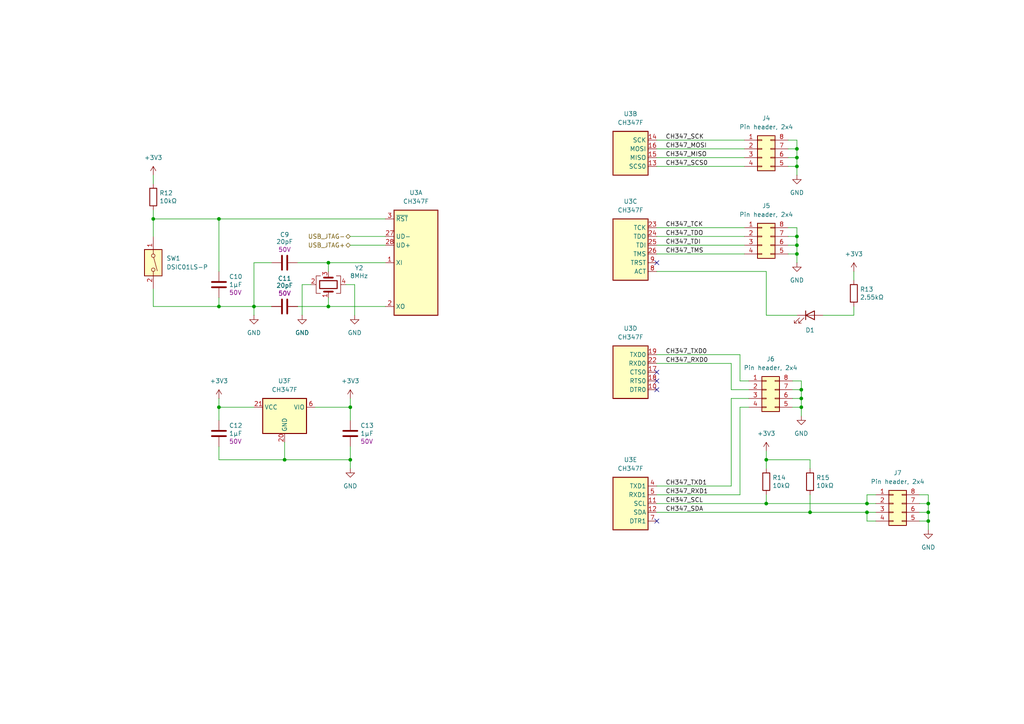
<source format=kicad_sch>
(kicad_sch (version 20250114) (generator "eeschema") (generator_version "9.0")
  (paper "A4")
  (title_block (title "Clavier - 5-in-1 USB") (date "2025-06-01") (rev "1.0") (company "Copyright (c) 2025 L. Sartory") (comment 1 "SPDX-License-Identifier: CERN-OHL-P-2.0"))
  (lib_symbols
    (symbol "Connector_Generic:Conn_02x04_Counter_Clockwise" (pin_names (offset 1.016) (hide yes))
      (property "Reference" "J" (at 1.27 5.08 0))
      (property "Value" "Conn_02x04_Counter_Clockwise" (at 1.27 -7.62 0))
      (symbol "Conn_02x04_Counter_Clockwise_1_1"
        (rectangle (start -1.27 3.81) (end 3.81 -6.35) (stroke (width 0.254)) (fill (type background)))
        (rectangle (start -1.27 2.667) (end 0 2.413) (stroke (width 0.1524)))
        (rectangle (start -1.27 0.127) (end 0 -0.127) (stroke (width 0.1524)))
        (rectangle (start -1.27 -2.413) (end 0 -2.667) (stroke (width 0.1524)))
        (rectangle (start -1.27 -4.953) (end 0 -5.207) (stroke (width 0.1524)))
        (rectangle (start 3.81 2.667) (end 2.54 2.413) (stroke (width 0.1524)))
        (rectangle (start 3.81 0.127) (end 2.54 -0.127) (stroke (width 0.1524)))
        (rectangle (start 3.81 -2.413) (end 2.54 -2.667) (stroke (width 0.1524)))
        (rectangle (start 3.81 -4.953) (end 2.54 -5.207) (stroke (width 0.1524)))
        (pin passive line (at -5.08 2.54 0) (length 3.81) (name "Pin_1") (number "1"))
        (pin passive line (at -5.08 0 0) (length 3.81) (name "Pin_2") (number "2"))
        (pin passive line (at -5.08 -2.54 0) (length 3.81) (name "Pin_3") (number "3"))
        (pin passive line (at -5.08 -5.08 0) (length 3.81) (name "Pin_4") (number "4"))
        (pin passive line (at 7.62 2.54 180) (length 3.81) (name "Pin_8") (number "8"))
        (pin passive line (at 7.62 0 180) (length 3.81) (name "Pin_7") (number "7"))
        (pin passive line (at 7.62 -2.54 180) (length 3.81) (name "Pin_6") (number "6"))
        (pin passive line (at 7.62 -5.08 180) (length 3.81) (name "Pin_5") (number "5"))
      )
    )
    (symbol "Device:C" (pin_numbers (hide yes)) (pin_names (offset 0.254))
      (property "Reference" "C" (at 0.635 2.54 0))
      (property "Value" "C" (at 0.635 -2.54 0))
      (symbol "C_0_1"
        (polyline (pts (xy -2.032 0.762) (xy 2.032 0.762)) (stroke (width 0.508)))
        (polyline (pts (xy -2.032 -0.762) (xy 2.032 -0.762)) (stroke (width 0.508)))
      )
      (symbol "C_1_1"
        (pin passive line (at 0 3.81 270) (length 2.794) (name "~") (number "1"))
        (pin passive line (at 0 -3.81 90) (length 2.794) (name "~") (number "2"))
      )
    )
    (symbol "Device:Crystal_GND24" (pin_names (offset 1.016) (hide yes))
      (property "Reference" "Y" (at 3.175 5.08 0))
      (property "Value" "Crystal_GND24" (at 3.175 3.175 0))
      (symbol "Crystal_GND24_0_1"
        (polyline (pts (xy -2.54 2.286) (xy -2.54 3.556) (xy 2.54 3.556) (xy 2.54 2.286)))
        (polyline (pts (xy -2.54 0) (xy -2.032 0)))
        (polyline (pts (xy -2.54 -2.286) (xy -2.54 -3.556) (xy 2.54 -3.556) (xy 2.54 -2.286)))
        (polyline (pts (xy -2.032 -1.27) (xy -2.032 1.27)) (stroke (width 0.508)))
        (rectangle (start -1.143 2.54) (end 1.143 -2.54) (stroke (width 0.3048)))
        (polyline (pts (xy 0 3.556) (xy 0 3.81)))
        (polyline (pts (xy 0 -3.81) (xy 0 -3.556)))
        (polyline (pts (xy 2.032 0) (xy 2.54 0)))
        (polyline (pts (xy 2.032 -1.27) (xy 2.032 1.27)) (stroke (width 0.508)))
      )
      (symbol "Crystal_GND24_1_1"
        (pin passive line (at -3.81 0 0) (length 1.27) (name "1") (number "1"))
        (pin passive line (at 0 5.08 270) (length 1.27) (name "2") (number "2"))
        (pin passive line (at 0 -5.08 90) (length 1.27) (name "4") (number "4"))
        (pin passive line (at 3.81 0 180) (length 1.27) (name "3") (number "3"))
      )
    )
    (symbol "Device:LED" (pin_numbers (hide yes)) (pin_names (offset 1.016) (hide yes))
      (property "Reference" "D" (at 0 2.54 0))
      (property "Value" "LED" (at 0 -2.54 0))
      (symbol "LED_0_1"
        (polyline (pts (xy -3.048 -0.762) (xy -4.572 -2.286) (xy -3.81 -2.286) (xy -4.572 -2.286) (xy -4.572 -1.524)))
        (polyline (pts (xy -1.778 -0.762) (xy -3.302 -2.286) (xy -2.54 -2.286) (xy -3.302 -2.286) (xy -3.302 -1.524)))
        (polyline (pts (xy -1.27 0) (xy 1.27 0)))
        (polyline (pts (xy -1.27 -1.27) (xy -1.27 1.27)) (stroke (width 0.254)))
        (polyline (pts (xy 1.27 -1.27) (xy 1.27 1.27) (xy -1.27 0) (xy 1.27 -1.27)) (stroke (width 0.254)))
      )
      (symbol "LED_1_1"
        (pin passive line (at -3.81 0 0) (length 2.54) (name "K") (number "1"))
        (pin passive line (at 3.81 0 180) (length 2.54) (name "A") (number "2"))
      )
    )
    (symbol "Device:R" (pin_numbers (hide yes)) (pin_names (offset 0))
      (property "Reference" "R" (at 2.032 0 90))
      (property "Value" "R" (at 0 0 90))
      (symbol "R_0_1"
        (rectangle (start -1.016 -2.54) (end 1.016 2.54) (stroke (width 0.254)))
      )
      (symbol "R_1_1"
        (pin passive line (at 0 3.81 270) (length 1.27) (name "~") (number "1"))
        (pin passive line (at 0 -3.81 90) (length 1.27) (name "~") (number "2"))
      )
    )
    (symbol "Switch:SW_DIP_x01" (pin_names (offset 0) (hide yes))
      (property "Reference" "SW" (at 0 3.81 0))
      (property "Value" "SW_DIP_x01" (at 0 -3.81 0))
      (symbol "SW_DIP_x01_0_0"
        (circle (center -2.032 0) (radius 0.508))
        (polyline (pts (xy -1.524 0.127) (xy 2.3622 1.1684)))
        (circle (center 2.032 0) (radius 0.508))
      )
      (symbol "SW_DIP_x01_0_1"
        (rectangle (start -3.81 2.54) (end 3.81 -2.54) (stroke (width 0.254)) (fill (type background)))
      )
      (symbol "SW_DIP_x01_1_1"
        (pin passive line (at -7.62 0 0) (length 5.08) (name "~") (number "1"))
        (pin passive line (at 7.62 0 180) (length 5.08) (name "~") (number "2"))
      )
    )
    (symbol "clavier:CH347F"
      (property "Reference" "U" (at 0 0 0))
      (property "Value" "CH347F" (at 0 0 0))
      (symbol "CH347F_1_0"
        (pin input line (at -8.89 12.7 0) (length 2.54) (name "~{RST}") (number "3"))
        (pin bidirectional line (at -8.89 7.62 0) (length 2.54) (name "UD-") (number "27"))
        (pin bidirectional line (at -8.89 5.08 0) (length 2.54) (name "UD+") (number "28"))
        (pin input line (at -8.89 0 0) (length 2.54) (name "XI") (number "1"))
        (pin output line (at -8.89 -12.7 0) (length 2.54) (name "XO") (number "2"))
      )
      (symbol "CH347F_1_1"
        (rectangle (start -6.35 15.24) (end 6.35 -15.24) (stroke (width 0.3048)) (fill (type background)))
      )
      (symbol "CH347F_2_0"
        (pin output line (at 7.62 3.81 180) (length 2.54) (name "SCK") (number "14"))
        (pin output line (at 7.62 1.27 180) (length 2.54) (name "MOSI") (number "16"))
        (pin input line (at 7.62 -1.27 180) (length 2.54) (name "MISO") (number "15"))
        (pin output line (at 7.62 -3.81 180) (length 2.54) (name "SCS0") (number "13"))
      )
      (symbol "CH347F_2_1"
        (rectangle (start -5.08 6.35) (end 5.08 -6.35) (stroke (width 0.3048)) (fill (type background)))
      )
      (symbol "CH347F_3_0"
        (pin output line (at 7.62 6.35 180) (length 2.54) (name "TCK") (number "23"))
        (pin input line (at 7.62 3.81 180) (length 2.54) (name "TDO") (number "24"))
        (pin output line (at 7.62 1.27 180) (length 2.54) (name "TDI") (number "25"))
        (pin output line (at 7.62 -1.27 180) (length 2.54) (name "TMS") (number "26"))
        (pin output line (at 7.62 -3.81 180) (length 2.54) (name "TRST") (number "9"))
        (pin output line (at 7.62 -6.35 180) (length 2.54) (name "SRST") (number "8") (alternate "ACT" output line))
      )
      (symbol "CH347F_3_1"
        (rectangle (start -5.08 8.89) (end 5.08 -8.89) (stroke (width 0.3048)) (fill (type background)))
      )
      (symbol "CH347F_4_0"
        (pin output line (at 7.62 5.08 180) (length 2.54) (name "TXD0") (number "19"))
        (pin input line (at 7.62 2.54 180) (length 2.54) (name "RXD0") (number "22"))
        (pin input line (at 7.62 0 180) (length 2.54) (name "CTS0") (number "17"))
        (pin output line (at 7.62 -2.54 180) (length 2.54) (name "RTS0") (number "18"))
        (pin output line (at 7.62 -5.08 180) (length 2.54) (name "DTR0") (number "10"))
      )
      (symbol "CH347F_4_1"
        (rectangle (start -5.08 7.62) (end 5.08 -7.62) (stroke (width 0.3048)) (fill (type background)))
      )
      (symbol "CH347F_5_0"
        (pin output line (at 7.62 5.08 180) (length 2.54) (name "TXD1") (number "4"))
        (pin input line (at 7.62 2.54 180) (length 2.54) (name "RXD1") (number "5"))
        (pin input line (at 7.62 0 180) (length 2.54) (name "CTS1") (number "11") (alternate "SCL" output line))
        (pin output line (at 7.62 -2.54 180) (length 2.54) (name "RTS1") (number "12") (alternate "SDA" bidirectional line))
        (pin output line (at 7.62 -5.08 180) (length 2.54) (name "DTR1") (number "7"))
      )
      (symbol "CH347F_5_1"
        (rectangle (start -5.08 7.62) (end 5.08 -7.62) (stroke (width 0.3048)) (fill (type background)))
      )
      (symbol "CH347F_6_0"
        (pin power_in line (at -8.89 2.54 0) (length 2.54) (name "VCC") (number "21"))
        (pin power_in line (at 0 -7.62 90) (length 2.54) (name "GND") (number "20"))
        (pin power_in line (at 0 -7.62 90) (length 2.54) (hide yes) (name "GND") (number "29"))
        (pin power_in line (at 8.89 2.54 180) (length 2.54) (name "VIO") (number "6"))
      )
      (symbol "CH347F_6_1"
        (rectangle (start -6.35 5.08) (end 6.35 -5.08) (stroke (width 0.3048)) (fill (type background)))
      )
    )
    (symbol "power:+3V3" (power) (pin_numbers (hide yes)) (pin_names (offset 0) (hide yes))
      (property "Value" "+3V3" (at 0 3.556 0))
      (symbol "+3V3_0_1"
        (polyline (pts (xy -0.762 1.27) (xy 0 2.54)))
        (polyline (pts (xy 0 2.54) (xy 0.762 1.27)))
        (polyline (pts (xy 0 0) (xy 0 2.54)))
      )
      (symbol "+3V3_1_1"
        (pin power_in line (at 0 0 90) (length 0) (name "~") (number "1"))
      )
    )
    (symbol "power:GND" (power) (pin_numbers (hide yes)) (pin_names (offset 0) (hide yes))
      (property "Value" "GND" (at 0 -3.81 0))
      (symbol "GND_0_1"
        (polyline (pts (xy 0 0) (xy 0 -1.27) (xy 1.27 -1.27) (xy 0 -2.54) (xy -1.27 -1.27) (xy 0 -1.27)))
      )
      (symbol "GND_1_1"
        (pin power_in line (at 0 0 270) (length 0) (name "~") (number "1"))
      )
    )
  )
  (junction (at 73.66 88.9))
  (junction (at 251.46 148.59))
  (junction (at 222.25 133.35))
  (junction (at 82.55 133.35))
  (junction (at 231.14 48.26))
  (junction (at 63.5 63.5))
  (junction (at 234.95 148.59))
  (junction (at 222.25 146.05))
  (junction (at 231.14 71.12))
  (junction (at 232.41 115.57))
  (junction (at 95.25 88.9))
  (junction (at 101.6 133.35))
  (junction (at 269.24 151.13))
  (junction (at 232.41 118.11))
  (junction (at 63.5 88.9))
  (junction (at 231.14 43.18))
  (junction (at 63.5 118.11))
  (junction (at 231.14 45.72))
  (junction (at 95.25 76.2))
  (junction (at 231.14 73.66))
  (junction (at 231.14 68.58))
  (junction (at 232.41 113.03))
  (junction (at 44.45 63.5))
  (junction (at 101.6 118.11))
  (junction (at 269.24 148.59))
  (junction (at 269.24 146.05))
  (junction (at 251.46 146.05))
  (no_connect (at 190.5 113.03))
  (no_connect (at 190.5 151.13))
  (no_connect (at 190.5 76.2))
  (no_connect (at 190.5 107.95))
  (no_connect (at 190.5 110.49))
  (wire (pts (xy 91.44 118.11) (xy 101.6 118.11)))
  (wire (pts (xy 73.66 76.2) (xy 73.66 88.9)))
  (wire (pts (xy 228.6 48.26) (xy 231.14 48.26)))
  (wire (pts (xy 111.76 71.12) (xy 101.6 71.12)))
  (wire (pts (xy 269.24 143.51) (xy 269.24 146.05)))
  (wire (pts (xy 214.63 143.51) (xy 214.63 118.11)))
  (wire (pts (xy 90.17 82.55) (xy 87.63 82.55)))
  (wire (pts (xy 95.25 76.2) (xy 95.25 78.74)))
  (wire (pts (xy 63.5 88.9) (xy 73.66 88.9)))
  (wire (pts (xy 214.63 118.11) (xy 217.17 118.11)))
  (wire (pts (xy 101.6 133.35) (xy 101.6 135.89)))
  (wire (pts (xy 44.45 60.96) (xy 44.45 63.5)))
  (wire (pts (xy 101.6 118.11) (xy 101.6 121.92)))
  (wire (pts (xy 254 151.13) (xy 251.46 151.13)))
  (wire (pts (xy 222.25 91.44) (xy 222.25 78.74)))
  (wire (pts (xy 212.09 115.57) (xy 217.17 115.57)))
  (wire (pts (xy 251.46 143.51) (xy 251.46 146.05)))
  (wire (pts (xy 215.9 43.18) (xy 190.5 43.18)))
  (wire (pts (xy 73.66 88.9) (xy 73.66 91.44)))
  (wire (pts (xy 251.46 146.05) (xy 254 146.05)))
  (wire (pts (xy 269.24 148.59) (xy 269.24 151.13)))
  (wire (pts (xy 190.5 66.04) (xy 215.9 66.04)))
  (wire (pts (xy 63.5 118.11) (xy 63.5 115.57)))
  (wire (pts (xy 229.87 110.49) (xy 232.41 110.49)))
  (wire (pts (xy 222.25 133.35) (xy 234.95 133.35)))
  (wire (pts (xy 222.25 78.74) (xy 190.5 78.74)))
  (wire (pts (xy 232.41 110.49) (xy 232.41 113.03)))
  (wire (pts (xy 231.14 48.26) (xy 231.14 50.8)))
  (wire (pts (xy 190.5 148.59) (xy 234.95 148.59)))
  (wire (pts (xy 190.5 71.12) (xy 215.9 71.12)))
  (wire (pts (xy 73.66 88.9) (xy 78.74 88.9)))
  (wire (pts (xy 44.45 50.8) (xy 44.45 53.34)))
  (wire (pts (xy 222.25 133.35) (xy 222.25 135.89)))
  (wire (pts (xy 231.14 73.66) (xy 231.14 76.2)))
  (wire (pts (xy 217.17 110.49) (xy 214.63 110.49)))
  (wire (pts (xy 228.6 73.66) (xy 231.14 73.66)))
  (wire (pts (xy 95.25 76.2) (xy 111.76 76.2)))
  (wire (pts (xy 63.5 63.5) (xy 111.76 63.5)))
  (wire (pts (xy 78.74 76.2) (xy 73.66 76.2)))
  (wire (pts (xy 190.5 140.97) (xy 212.09 140.97)))
  (wire (pts (xy 111.76 68.58) (xy 101.6 68.58)))
  (wire (pts (xy 231.14 40.64) (xy 231.14 43.18)))
  (wire (pts (xy 63.5 86.36) (xy 63.5 88.9)))
  (wire (pts (xy 266.7 148.59) (xy 269.24 148.59)))
  (wire (pts (xy 228.6 71.12) (xy 231.14 71.12)))
  (wire (pts (xy 222.25 143.51) (xy 222.25 146.05)))
  (wire (pts (xy 190.5 143.51) (xy 214.63 143.51)))
  (wire (pts (xy 212.09 113.03) (xy 212.09 105.41)))
  (wire (pts (xy 212.09 140.97) (xy 212.09 115.57)))
  (wire (pts (xy 215.9 48.26) (xy 190.5 48.26)))
  (wire (pts (xy 232.41 115.57) (xy 232.41 118.11)))
  (wire (pts (xy 232.41 113.03) (xy 232.41 115.57)))
  (wire (pts (xy 251.46 148.59) (xy 251.46 151.13)))
  (wire (pts (xy 87.63 82.55) (xy 87.63 91.44)))
  (wire (pts (xy 102.87 82.55) (xy 102.87 91.44)))
  (wire (pts (xy 44.45 88.9) (xy 63.5 88.9)))
  (wire (pts (xy 86.36 88.9) (xy 95.25 88.9)))
  (wire (pts (xy 266.7 151.13) (xy 269.24 151.13)))
  (wire (pts (xy 234.95 143.51) (xy 234.95 148.59)))
  (wire (pts (xy 44.45 68.58) (xy 44.45 63.5)))
  (wire (pts (xy 229.87 115.57) (xy 232.41 115.57)))
  (wire (pts (xy 251.46 148.59) (xy 254 148.59)))
  (wire (pts (xy 231.14 66.04) (xy 231.14 68.58)))
  (wire (pts (xy 86.36 76.2) (xy 95.25 76.2)))
  (wire (pts (xy 63.5 129.54) (xy 63.5 133.35)))
  (wire (pts (xy 215.9 40.64) (xy 190.5 40.64)))
  (wire (pts (xy 231.14 71.12) (xy 231.14 73.66)))
  (wire (pts (xy 228.6 66.04) (xy 231.14 66.04)))
  (wire (pts (xy 266.7 143.51) (xy 269.24 143.51)))
  (wire (pts (xy 234.95 148.59) (xy 251.46 148.59)))
  (wire (pts (xy 247.65 91.44) (xy 238.76 91.44)))
  (wire (pts (xy 95.25 88.9) (xy 111.76 88.9)))
  (wire (pts (xy 44.45 63.5) (xy 63.5 63.5)))
  (wire (pts (xy 231.14 45.72) (xy 231.14 48.26)))
  (wire (pts (xy 101.6 133.35) (xy 101.6 129.54)))
  (wire (pts (xy 190.5 105.41) (xy 212.09 105.41)))
  (wire (pts (xy 222.25 130.81) (xy 222.25 133.35)))
  (wire (pts (xy 231.14 91.44) (xy 222.25 91.44)))
  (wire (pts (xy 95.25 86.36) (xy 95.25 88.9)))
  (wire (pts (xy 228.6 45.72) (xy 231.14 45.72)))
  (wire (pts (xy 44.45 83.82) (xy 44.45 88.9)))
  (wire (pts (xy 254 143.51) (xy 251.46 143.51)))
  (wire (pts (xy 190.5 102.87) (xy 214.63 102.87)))
  (wire (pts (xy 228.6 40.64) (xy 231.14 40.64)))
  (wire (pts (xy 82.55 128.27) (xy 82.55 133.35)))
  (wire (pts (xy 234.95 133.35) (xy 234.95 135.89)))
  (wire (pts (xy 214.63 110.49) (xy 214.63 102.87)))
  (wire (pts (xy 100.33 82.55) (xy 102.87 82.55)))
  (wire (pts (xy 229.87 118.11) (xy 232.41 118.11)))
  (wire (pts (xy 101.6 115.57) (xy 101.6 118.11)))
  (wire (pts (xy 231.14 43.18) (xy 231.14 45.72)))
  (wire (pts (xy 63.5 63.5) (xy 63.5 78.74)))
  (wire (pts (xy 190.5 68.58) (xy 215.9 68.58)))
  (wire (pts (xy 190.5 146.05) (xy 222.25 146.05)))
  (wire (pts (xy 247.65 88.9) (xy 247.65 91.44)))
  (wire (pts (xy 228.6 68.58) (xy 231.14 68.58)))
  (wire (pts (xy 82.55 133.35) (xy 101.6 133.35)))
  (wire (pts (xy 217.17 113.03) (xy 212.09 113.03)))
  (wire (pts (xy 222.25 146.05) (xy 251.46 146.05)))
  (wire (pts (xy 229.87 113.03) (xy 232.41 113.03)))
  (wire (pts (xy 215.9 45.72) (xy 190.5 45.72)))
  (wire (pts (xy 190.5 73.66) (xy 215.9 73.66)))
  (wire (pts (xy 63.5 118.11) (xy 73.66 118.11)))
  (wire (pts (xy 269.24 151.13) (xy 269.24 153.67)))
  (wire (pts (xy 228.6 43.18) (xy 231.14 43.18)))
  (wire (pts (xy 232.41 118.11) (xy 232.41 120.65)))
  (wire (pts (xy 266.7 146.05) (xy 269.24 146.05)))
  (wire (pts (xy 269.24 146.05) (xy 269.24 148.59)))
  (wire (pts (xy 63.5 121.92) (xy 63.5 118.11)))
  (wire (pts (xy 247.65 78.74) (xy 247.65 81.28)))
  (wire (pts (xy 63.5 133.35) (xy 82.55 133.35)))
  (wire (pts (xy 231.14 68.58) (xy 231.14 71.12)))
  (label "CH347_RXD0" (at 193.04 105.41 0))
  (label "CH347_TCK" (at 193.04 66.04 0))
  (label "CH347_TXD1" (at 193.04 140.97 0))
  (label "CH347_SCK" (at 193.04 40.64 0))
  (label "CH347_MISO" (at 193.04 45.72 0))
  (label "CH347_SDA" (at 193.04 148.59 0))
  (label "CH347_TDO" (at 193.04 68.58 0))
  (label "CH347_SCL" (at 193.04 146.05 0))
  (label "CH347_TDI" (at 193.04 71.12 0))
  (label "CH347_TXD0" (at 193.04 102.87 0))
  (label "CH347_MOSI" (at 193.04 43.18 0))
  (label "CH347_RXD1" (at 193.04 143.51 0))
  (label "CH347_SCS0" (at 193.04 48.26 0))
  (label "CH347_TMS" (at 193.04 73.66 0))
  (hierarchical_label "USB_JTAG-" (shape bidirectional) (at 101.6 68.58 180))
  (hierarchical_label "USB_JTAG+" (shape bidirectional) (at 101.6 71.12 180))
  (symbol (lib_id "clavier:CH347F") (at 182.88 72.39 0) (unit 3)
    (property "Reference" "U3" (at 182.88 58.42 0))
    (property "Value" "CH347F" (at 182.88 60.96 0))
    (property "Footprint" "Package_DFN_QFN:QFN-28-1EP_4x4mm_P0.4mm_EP2.4x2.4mm" (effects (hide yes)))
    (property "Datasheet" "https://www.lcsc.com/datasheet/lcsc_datasheet_2411121021_WCH-Jiangsu-Qin-Heng-CH347F_C18221627.pdf" (effects (hide yes)))
    (property "Description" "USB converter" (effects (hide yes)))
    (property "LCSC" "C18221627" (effects (hide yes)))
    (property "Part_number" "CH347F" (effects (hide yes)))
    (pin "8" (alternate "ACT"))
  )
  (symbol (lib_id "Device:Crystal_GND24") (at 95.25 82.55 90) (unit 1)
    (property "Reference" "Y2" (at 104.14 77.724 90))
    (property "Value" "8MHz" (at 104.14 80.01 90))
    (property "Footprint" "Crystal:Crystal_SMD_3225-4Pin_3.2x2.5mm" (effects (hide yes)))
    (property "Datasheet" "https://www.lcsc.com/datasheet/lcsc_datasheet_2410121529_Yajingxin-TAXM8M4RDBCCT2T_C400090.pdf" (effects (hide yes)))
    (property "Description" "Four pin crystal, GND on pins 2 and 4" (effects (hide yes)))
    (property "LCSC" "C400090" (effects (hide yes)))
    (property "Part_number" "TAXM8M4RDBCCT2T" (effects (hide yes)))
  )
  (symbol (lib_id "Connector_Generic:Conn_02x04_Counter_Clockwise") (at 220.98 43.18 0) (unit 1)
    (property "Reference" "J4" (at 222.25 34.29 0))
    (property "Value" "Pin header, 2x4" (at 222.25 36.83 0))
    (property "Footprint" "Connector_PinHeader_2.54mm:PinHeader_2x04_P2.54mm_Vertical" (effects (hide yes)))
    (property "Datasheet" "https://www.lcsc.com/datasheet/lcsc_datasheet_2311221544_Megastar-ZX-PZ2-54-2-4PZZ_C7501275.pdf" (effects (hide yes)))
    (property "Description" "Generic connector, double row, 02x04, counter clockwise pin numbering scheme (similar to DIP package numbering), script generated (kicad-library-utils/schlib/autogen/connector/)" (effects (hide yes)))
    (property "LCSC" "C7501275" (effects (hide yes)))
    (property "Part_number" "ZX-PZ2.54-2-4PZZ" (effects (hide yes)))
  )
  (symbol (lib_id "Device:C") (at 63.5 125.73 0) (unit 1)
    (property "Reference" "C12" (at 66.421 123.4186 0) (effects (justify left)))
    (property "Value" "1µF" (at 66.421 125.73 0) (effects (justify left)))
    (property "Footprint" "Capacitor_SMD:C_0402_1005Metric_Pad0.74x0.62mm_HandSolder" (effects (hide yes)))
    (property "Datasheet" "https://www.lcsc.com/datasheet/lcsc_datasheet_2410010232_Murata-Electronics-GRM155R61H105KE05D_C1518208.pdf" (effects (hide yes)))
    (property "Voltage" "50V" (at 66.421 128.0414 0) (effects (justify left)))
    (property "Part_number" "GRM155R61H105KE05D" (effects (hide yes)))
    (property "LCSC" "C1518208" (effects (hide yes)))
  )
  (symbol (lib_id "Device:R") (at 222.25 139.7 0) (unit 1)
    (property "Reference" "R14" (at 224.028 138.5316 0) (effects (justify left)))
    (property "Value" "10kΩ" (at 224.028 140.843 0) (effects (justify left)))
    (property "Footprint" "Resistor_SMD:R_0402_1005Metric_Pad0.72x0.64mm_HandSolder" (effects (hide yes)))
    (property "Datasheet" "https://www.lcsc.com/datasheet/lcsc_datasheet_2311211102_YAGEO-RE0402DRE0710KL_C851874.pdf" (effects (hide yes)))
    (property "Part_number" "RE0402DRE0710KL" (effects (hide yes)))
    (property "LCSC" "C851874" (effects (hide yes)))
  )
  (symbol (lib_id "Device:R") (at 44.45 57.15 0) (unit 1)
    (property "Reference" "R12" (at 46.228 55.9816 0) (effects (justify left)))
    (property "Value" "10kΩ" (at 46.228 58.293 0) (effects (justify left)))
    (property "Footprint" "Resistor_SMD:R_0402_1005Metric_Pad0.72x0.64mm_HandSolder" (effects (hide yes)))
    (property "Datasheet" "https://www.lcsc.com/datasheet/lcsc_datasheet_2311211102_YAGEO-RE0402DRE0710KL_C851874.pdf" (effects (hide yes)))
    (property "Part_number" "RE0402DRE0710KL" (effects (hide yes)))
    (property "LCSC" "C851874" (effects (hide yes)))
  )
  (symbol (lib_id "power:GND") (at 232.41 120.65 0) (unit 1)
    (property "Reference" "#PWR030" (effects (hide yes)))
    (property "Value" "GND" (at 232.41 125.73 0))
    (property "Description" "Power symbol creates a global label with name \"GND\" , ground" (effects (hide yes)))
  )
  (symbol (lib_id "power:GND") (at 269.24 153.67 0) (unit 1)
    (property "Reference" "#PWR033" (effects (hide yes)))
    (property "Value" "GND" (at 269.24 158.75 0))
    (property "Description" "Power symbol creates a global label with name \"GND\" , ground" (effects (hide yes)))
  )
  (symbol (lib_id "power:GND") (at 231.14 50.8 0) (unit 1)
    (property "Reference" "#PWR022" (effects (hide yes)))
    (property "Value" "GND" (at 231.14 55.88 0))
    (property "Description" "Power symbol creates a global label with name \"GND\" , ground" (effects (hide yes)))
  )
  (symbol (lib_id "Device:C") (at 82.55 76.2 90) (unit 1)
    (property "Reference" "C9" (at 82.55 68.072 90))
    (property "Value" "20pF" (at 82.55 70.104 90))
    (property "Footprint" "Capacitor_SMD:C_0402_1005Metric_Pad0.74x0.62mm_HandSolder" (effects (hide yes)))
    (property "Datasheet" "https://www.lcsc.com/datasheet/lcsc_datasheet_2410121857_Murata-Electronics-GRM1555C1H200JA01D_C76959.pdf" (effects (hide yes)))
    (property "Voltage" "50V" (at 82.55 72.39 90))
    (property "Part_number" "GRM1555C1H200JA01D" (effects (hide yes)))
    (property "LCSC" "C76959" (effects (hide yes)))
  )
  (symbol (lib_id "Connector_Generic:Conn_02x04_Counter_Clockwise") (at 222.25 113.03 0) (unit 1)
    (property "Reference" "J6" (at 223.52 104.14 0))
    (property "Value" "Pin header, 2x4" (at 223.52 106.68 0))
    (property "Footprint" "Connector_PinHeader_2.54mm:PinHeader_2x04_P2.54mm_Vertical" (effects (hide yes)))
    (property "Datasheet" "https://www.lcsc.com/datasheet/lcsc_datasheet_2311221544_Megastar-ZX-PZ2-54-2-4PZZ_C7501275.pdf" (effects (hide yes)))
    (property "Description" "Generic connector, double row, 02x04, counter clockwise pin numbering scheme (similar to DIP package numbering), script generated (kicad-library-utils/schlib/autogen/connector/)" (effects (hide yes)))
    (property "LCSC" "C7501275" (effects (hide yes)))
    (property "Part_number" "ZX-PZ2.54-2-4PZZ" (effects (hide yes)))
  )
  (symbol (lib_id "power:GND") (at 231.14 76.2 0) (unit 1)
    (property "Reference" "#PWR023" (effects (hide yes)))
    (property "Value" "GND" (at 231.14 81.28 0))
    (property "Description" "Power symbol creates a global label with name \"GND\" , ground" (effects (hide yes)))
  )
  (symbol (lib_id "clavier:CH347F") (at 182.88 146.05 0) (unit 5)
    (property "Reference" "U3" (at 182.88 133.35 0))
    (property "Value" "CH347F" (at 182.88 135.89 0))
    (property "Footprint" "Package_DFN_QFN:QFN-28-1EP_4x4mm_P0.4mm_EP2.4x2.4mm" (effects (hide yes)))
    (property "Datasheet" "https://www.lcsc.com/datasheet/lcsc_datasheet_2411121021_WCH-Jiangsu-Qin-Heng-CH347F_C18221627.pdf" (effects (hide yes)))
    (property "Description" "USB converter" (effects (hide yes)))
    (property "LCSC" "C18221627" (effects (hide yes)))
    (property "Part_number" "CH347F" (effects (hide yes)))
    (pin "11" (alternate "SCL"))
    (pin "12" (alternate "SDA"))
  )
  (symbol (lib_id "power:GND") (at 102.87 91.44 0) (unit 1)
    (property "Reference" "#PWR027" (effects (hide yes)))
    (property "Value" "GND" (at 102.87 96.52 0))
    (property "Description" "Power symbol creates a global label with name \"GND\" , ground" (effects (hide yes)))
  )
  (symbol (lib_id "Connector_Generic:Conn_02x04_Counter_Clockwise") (at 259.08 146.05 0) (unit 1)
    (property "Reference" "J7" (at 260.35 137.16 0))
    (property "Value" "Pin header, 2x4" (at 260.35 139.7 0))
    (property "Footprint" "Connector_PinHeader_2.54mm:PinHeader_2x04_P2.54mm_Vertical" (effects (hide yes)))
    (property "Datasheet" "https://www.lcsc.com/datasheet/lcsc_datasheet_2311221544_Megastar-ZX-PZ2-54-2-4PZZ_C7501275.pdf" (effects (hide yes)))
    (property "Description" "Generic connector, double row, 02x04, counter clockwise pin numbering scheme (similar to DIP package numbering), script generated (kicad-library-utils/schlib/autogen/connector/)" (effects (hide yes)))
    (property "LCSC" "C7501275" (effects (hide yes)))
    (property "Part_number" "ZX-PZ2.54-2-4PZZ" (effects (hide yes)))
  )
  (symbol (lib_id "clavier:CH347F") (at 182.88 107.95 0) (unit 4)
    (property "Reference" "U3" (at 182.88 95.25 0))
    (property "Value" "CH347F" (at 182.88 97.79 0))
    (property "Footprint" "Package_DFN_QFN:QFN-28-1EP_4x4mm_P0.4mm_EP2.4x2.4mm" (effects (hide yes)))
    (property "Datasheet" "https://www.lcsc.com/datasheet/lcsc_datasheet_2411121021_WCH-Jiangsu-Qin-Heng-CH347F_C18221627.pdf" (effects (hide yes)))
    (property "Description" "USB converter" (effects (hide yes)))
    (property "LCSC" "C18221627" (effects (hide yes)))
    (property "Part_number" "CH347F" (effects (hide yes)))
  )
  (symbol (lib_id "Device:C") (at 101.6 125.73 0) (unit 1)
    (property "Reference" "C13" (at 104.521 123.4186 0) (effects (justify left)))
    (property "Value" "1µF" (at 104.521 125.73 0) (effects (justify left)))
    (property "Footprint" "Capacitor_SMD:C_0402_1005Metric_Pad0.74x0.62mm_HandSolder" (effects (hide yes)))
    (property "Datasheet" "https://www.lcsc.com/datasheet/lcsc_datasheet_2410010232_Murata-Electronics-GRM155R61H105KE05D_C1518208.pdf" (effects (hide yes)))
    (property "Voltage" "50V" (at 104.521 128.0414 0) (effects (justify left)))
    (property "Part_number" "GRM155R61H105KE05D" (effects (hide yes)))
    (property "LCSC" "C1518208" (effects (hide yes)))
  )
  (symbol (lib_id "power:+3V3") (at 247.65 78.74 0) (mirror y) (unit 1)
    (property "Reference" "#PWR024" (effects (hide yes)))
    (property "Value" "+3V3" (at 247.65 73.66 0))
    (property "Description" "Power symbol creates a global label with name \"+3V3\"" (effects (hide yes)))
  )
  (symbol (lib_id "Switch:SW_DIP_x01") (at 44.45 76.2 270) (unit 1)
    (property "Reference" "SW1" (at 48.26 74.9299 90) (effects (justify left)))
    (property "Value" "DSIC01LS-P" (at 48.26 77.4699 90) (effects (justify left)))
    (property "Footprint" "Button_Switch_SMD:SW_DIP_SPSTx01_Slide_6.7x4.1mm_W8.61mm_P2.54mm_LowProfile" (effects (hide yes)))
    (property "Datasheet" "https://www.lcsc.com/datasheet/lcsc_datasheet_2006091816_XKB-Connection-DSIC01LS-P_C600988.pdf" (effects (hide yes)))
    (property "Description" "1x DIP Switch, Single Pole Single Throw (SPST) switch, small symbol" (effects (hide yes)))
    (property "LCSC" "C600988" (effects (hide yes)))
    (property "Part_number" "DSIC01LS-P" (effects (hide yes)))
  )
  (symbol (lib_id "power:+3V3") (at 222.25 130.81 0) (mirror y) (unit 1)
    (property "Reference" "#PWR031" (effects (hide yes)))
    (property "Value" "+3V3" (at 222.25 125.73 0))
    (property "Description" "Power symbol creates a global label with name \"+3V3\"" (effects (hide yes)))
  )
  (symbol (lib_id "power:+3V3") (at 63.5 115.57 0) (mirror y) (unit 1)
    (property "Reference" "#PWR028" (effects (hide yes)))
    (property "Value" "+3V3" (at 63.5 110.49 0))
    (property "Description" "Power symbol creates a global label with name \"+3V3\"" (effects (hide yes)))
  )
  (symbol (lib_id "Device:R") (at 247.65 85.09 0) (unit 1)
    (property "Reference" "R13" (at 249.428 83.9216 0) (effects (justify left)))
    (property "Value" "2.55kΩ" (at 249.428 86.233 0) (effects (justify left)))
    (property "Footprint" "Resistor_SMD:R_0402_1005Metric_Pad0.72x0.64mm_HandSolder" (effects (hide yes)))
    (property "Datasheet" "https://www.lcsc.com/datasheet/lcsc_datasheet_2304140030_YAGEO-RC0402FR-072K55L_C185431.pdf" (effects (hide yes)))
    (property "Part_number" "RC0402FR-072K55L" (effects (hide yes)))
    (property "LCSC" "C185431" (effects (hide yes)))
  )
  (symbol (lib_id "power:GND") (at 87.63 91.44 0) (unit 1)
    (property "Reference" "#PWR026" (effects (hide yes)))
    (property "Value" "GND" (at 87.63 96.52 0))
    (property "Description" "Power symbol creates a global label with name \"GND\" , ground" (effects (hide yes)))
  )
  (symbol (lib_id "power:GND") (at 73.66 91.44 0) (unit 1)
    (property "Reference" "#PWR025" (effects (hide yes)))
    (property "Value" "GND" (at 73.66 96.52 0))
    (property "Description" "Power symbol creates a global label with name \"GND\" , ground" (effects (hide yes)))
  )
  (symbol (lib_id "Device:C") (at 63.5 82.55 0) (unit 1)
    (property "Reference" "C10" (at 66.421 80.2386 0) (effects (justify left)))
    (property "Value" "1µF" (at 66.421 82.55 0) (effects (justify left)))
    (property "Footprint" "Capacitor_SMD:C_0402_1005Metric_Pad0.74x0.62mm_HandSolder" (effects (hide yes)))
    (property "Datasheet" "https://www.lcsc.com/datasheet/lcsc_datasheet_2410010232_Murata-Electronics-GRM155R61H105KE05D_C1518208.pdf" (effects (hide yes)))
    (property "Voltage" "50V" (at 66.421 84.8614 0) (effects (justify left)))
    (property "Part_number" "GRM155R61H105KE05D" (effects (hide yes)))
    (property "LCSC" "C1518208" (effects (hide yes)))
  )
  (symbol (lib_id "power:+3V3") (at 44.45 50.8 0) (mirror y) (unit 1)
    (property "Reference" "#PWR021" (effects (hide yes)))
    (property "Value" "+3V3" (at 44.45 45.72 0))
    (property "Description" "Power symbol creates a global label with name \"+3V3\"" (effects (hide yes)))
  )
  (symbol (lib_id "Device:R") (at 234.95 139.7 0) (unit 1)
    (property "Reference" "R15" (at 236.728 138.5316 0) (effects (justify left)))
    (property "Value" "10kΩ" (at 236.728 140.843 0) (effects (justify left)))
    (property "Footprint" "Resistor_SMD:R_0402_1005Metric_Pad0.72x0.64mm_HandSolder" (effects (hide yes)))
    (property "Datasheet" "https://www.lcsc.com/datasheet/lcsc_datasheet_2311211102_YAGEO-RE0402DRE0710KL_C851874.pdf" (effects (hide yes)))
    (property "Part_number" "RE0402DRE0710KL" (effects (hide yes)))
    (property "LCSC" "C851874" (effects (hide yes)))
  )
  (symbol (lib_id "clavier:CH347F") (at 182.88 44.45 0) (unit 2)
    (property "Reference" "U3" (at 182.88 33.02 0))
    (property "Value" "CH347F" (at 182.88 35.56 0))
    (property "Footprint" "Package_DFN_QFN:QFN-28-1EP_4x4mm_P0.4mm_EP2.4x2.4mm" (effects (hide yes)))
    (property "Datasheet" "https://www.lcsc.com/datasheet/lcsc_datasheet_2411121021_WCH-Jiangsu-Qin-Heng-CH347F_C18221627.pdf" (effects (hide yes)))
    (property "Description" "USB converter" (effects (hide yes)))
    (property "LCSC" "C18221627" (effects (hide yes)))
    (property "Part_number" "CH347F" (effects (hide yes)))
  )
  (symbol (lib_id "Device:C") (at 82.55 88.9 90) (unit 1)
    (property "Reference" "C11" (at 82.55 80.772 90))
    (property "Value" "20pF" (at 82.55 82.804 90))
    (property "Footprint" "Capacitor_SMD:C_0402_1005Metric_Pad0.74x0.62mm_HandSolder" (effects (hide yes)))
    (property "Datasheet" "https://www.lcsc.com/datasheet/lcsc_datasheet_2410121857_Murata-Electronics-GRM1555C1H200JA01D_C76959.pdf" (effects (hide yes)))
    (property "Voltage" "50V" (at 82.55 85.09 90))
    (property "Part_number" "GRM1555C1H200JA01D" (effects (hide yes)))
    (property "LCSC" "C76959" (effects (hide yes)))
  )
  (symbol (lib_id "clavier:CH347F") (at 82.55 120.65 0) (unit 6)
    (property "Reference" "U3" (at 82.55 110.49 0))
    (property "Value" "CH347F" (at 82.55 113.03 0))
    (property "Footprint" "Package_DFN_QFN:QFN-28-1EP_4x4mm_P0.4mm_EP2.4x2.4mm" (effects (hide yes)))
    (property "Datasheet" "https://www.lcsc.com/datasheet/lcsc_datasheet_2411121021_WCH-Jiangsu-Qin-Heng-CH347F_C18221627.pdf" (effects (hide yes)))
    (property "Description" "USB converter" (effects (hide yes)))
    (property "LCSC" "C18221627" (effects (hide yes)))
    (property "Part_number" "CH347F" (effects (hide yes)))
  )
  (symbol (lib_id "power:GND") (at 101.6 135.89 0) (unit 1)
    (property "Reference" "#PWR032" (effects (hide yes)))
    (property "Value" "GND" (at 101.6 140.97 0))
    (property "Description" "Power symbol creates a global label with name \"GND\" , ground" (effects (hide yes)))
  )
  (symbol (lib_id "Device:LED") (at 234.95 91.44 0) (unit 1)
    (property "Reference" "D1" (at 234.95 95.758 0))
    (property "Value" "LED" (effects (hide yes)))
    (property "Footprint" "LED_SMD:LED_0603_1608Metric_Pad1.05x0.95mm_HandSolder" (effects (hide yes)))
    (property "Datasheet" "https://www.lcsc.com/datasheet/lcsc_datasheet_2504101957_XINGLIGHT-XL-1608UOC-06_C965800.pdf" (effects (hide yes)))
    (property "Description" "Light emitting diode" (effects (hide yes)))
    (property "Sim.Pins" "1=K 2=A" (effects (hide yes)))
    (property "LCSC" "C965800" (effects (hide yes)))
    (property "Part_number" "XL-1608UOC-06" (effects (hide yes)))
  )
  (symbol (lib_id "power:+3V3") (at 101.6 115.57 0) (mirror y) (unit 1)
    (property "Reference" "#PWR029" (effects (hide yes)))
    (property "Value" "+3V3" (at 101.6 110.49 0))
    (property "Description" "Power symbol creates a global label with name \"+3V3\"" (effects (hide yes)))
  )
  (symbol (lib_id "clavier:CH347F") (at 120.65 76.2 0) (unit 1)
    (property "Reference" "U3" (at 120.65 55.88 0))
    (property "Value" "CH347F" (at 120.65 58.42 0))
    (property "Footprint" "Package_DFN_QFN:QFN-28-1EP_4x4mm_P0.4mm_EP2.4x2.4mm" (effects (hide yes)))
    (property "Datasheet" "https://www.lcsc.com/datasheet/lcsc_datasheet_2411121021_WCH-Jiangsu-Qin-Heng-CH347F_C18221627.pdf" (effects (hide yes)))
    (property "Description" "USB converter" (effects (hide yes)))
    (property "LCSC" "C18221627" (effects (hide yes)))
    (property "Part_number" "CH347F" (effects (hide yes)))
  )
  (symbol (lib_id "Connector_Generic:Conn_02x04_Counter_Clockwise") (at 220.98 68.58 0) (unit 1)
    (property "Reference" "J5" (at 222.25 59.69 0))
    (property "Value" "Pin header, 2x4" (at 222.25 62.23 0))
    (property "Footprint" "Connector_PinHeader_2.54mm:PinHeader_2x04_P2.54mm_Vertical" (effects (hide yes)))
    (property "Datasheet" "https://www.lcsc.com/datasheet/lcsc_datasheet_2311221544_Megastar-ZX-PZ2-54-2-4PZZ_C7501275.pdf" (effects (hide yes)))
    (property "Description" "Generic connector, double row, 02x04, counter clockwise pin numbering scheme (similar to DIP package numbering), script generated (kicad-library-utils/schlib/autogen/connector/)" (effects (hide yes)))
    (property "LCSC" "C7501275" (effects (hide yes)))
    (property "Part_number" "ZX-PZ2.54-2-4PZZ" (effects (hide yes)))
  )
)
</source>
